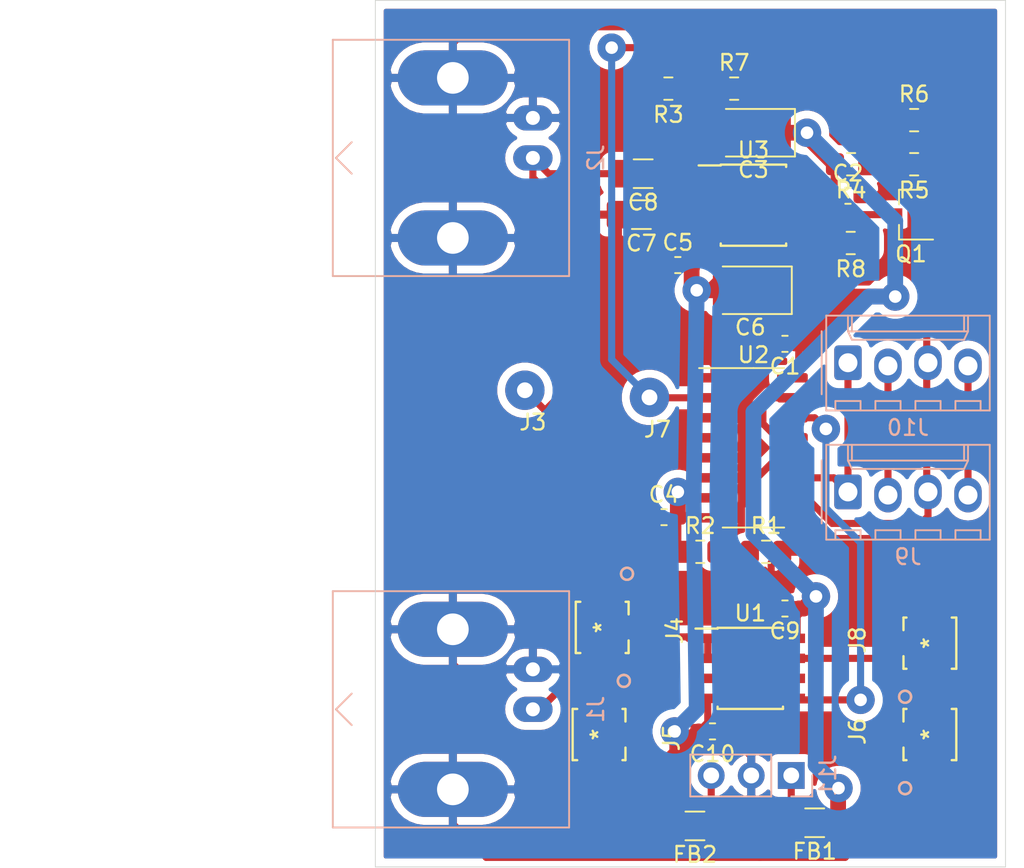
<source format=kicad_pcb>
(kicad_pcb (version 20171130) (host pcbnew "(5.1.5-0-10_14)")
  (layers (0 F.Cu signal) (31 B.Cu signal) (34 B.Paste user) (35 F.Paste user) (36 B.SilkS user) (37 F.SilkS user) (38 B.Mask user) (39 F.Mask user) (44 Edge.Cuts user))
  (net 0 "")
  (net 1 GND)
  (net 2 +5V)
  (net 3 -5V)
  (net 4 "Net-(C7-Pad1)")
  (net 5 /genlock-input)
  (net 6 "Net-(C8-Pad1)")
  (net 7 "Net-(J4-Pad1)")
  (net 8 "Net-(J6-Pad1)")
  (net 9 /clamped)
  (net 10 /hsync)
  (net 11 /vsync)
  (net 12 /porch)
  (net 13 /oe)
  (net 14 /synctip)
  (net 15 "Net-(Q1-PadE)")
  (net 16 "Net-(R6-Pad1)")
  (net 17 "Net-(Q1-PadC)")
  (net 18 "Net-(U1-Pad3)")
  (net 19 "Net-(U2-Pad13)")
  (net 20 "Net-(FB1-Pad2)")
  (net 21 "Net-(FB2-Pad1)")
  (module synkie_footprints:R_0805_2012Metric_Pad1.15x1.40mm_HandSolder (layer F.Cu) (at 168.6 40.6 180)
    (fp_text reference R3 (at 0 -1.65) (layer F.SilkS))
    (fp_text value 200)
    (pad 2 smd roundrect (at 1.025 0 180) (size 1.15 1.4) (layers F.Cu F.Paste F.Mask) (roundrect_rratio 0.217391) (net 4 "Net-(C7-Pad1)"))
    (pad 1 smd roundrect (at -1.025 0 180) (size 1.15 1.4) (layers F.Cu F.Paste F.Mask) (roundrect_rratio 0.217391) (net 9 /clamped))
  )
  (module synkie_footprints:PinHeader_1x03_P2.54mm_Vertical (layer B.Cu) (at 176.4 84.2 90)
    (fp_text reference J11 (at 0 2.33 90) (layer B.SilkS) (effects (justify mirror)))
    (fp_text value Conn_01x03)
    (pad 3 thru_hole oval (at 0 -5.08 90) (size 1.7 1.7) (drill 1) (layers *.Cu *.Mask) (net 21 "Net-(FB2-Pad1)"))
    (pad 2 thru_hole oval (at 0 -2.54 90) (size 1.7 1.7) (drill 1) (layers *.Cu *.Mask) (net 1 GND))
    (pad 1 thru_hole rect (at 0 0 90) (size 1.7 1.7) (drill 1) (layers *.Cu *.Mask) (net 20 "Net-(FB1-Pad2)"))
  )
  (module synkie_footprints:L_1206_3216Metric_Pad1.42x1.75mm_HandSolder (layer F.Cu) (at 170.2875 87.4 180)
    (fp_text reference FB2 (at 0 -1.82) (layer F.SilkS))
    (fp_text value Ferrite_Bead)
    (pad 2 smd roundrect (at 1.4875 0 180) (size 1.425 1.75) (layers F.Cu F.Paste F.Mask) (roundrect_rratio 0.175439) (net 3 -5V))
    (pad 1 smd roundrect (at -1.4875 0 180) (size 1.425 1.75) (layers F.Cu F.Paste F.Mask) (roundrect_rratio 0.175439) (net 21 "Net-(FB2-Pad1)"))
  )
  (module synkie_footprints:L_1206_3216Metric_Pad1.42x1.75mm_HandSolder (layer F.Cu) (at 177.8875 87.2 180)
    (fp_text reference FB1 (at 0 -1.82) (layer F.SilkS))
    (fp_text value Ferrite_Bead)
    (pad 2 smd roundrect (at 1.4875 0 180) (size 1.425 1.75) (layers F.Cu F.Paste F.Mask) (roundrect_rratio 0.175439) (net 20 "Net-(FB1-Pad2)"))
    (pad 1 smd roundrect (at -1.4875 0 180) (size 1.425 1.75) (layers F.Cu F.Paste F.Mask) (roundrect_rratio 0.175439) (net 2 +5V))
  )
  (module synkie_footprints:SOT-23_BEC (layer F.Cu) (at 184 48.6 180)
    (fp_text reference Q1 (at 0 -2.5) (layer F.SilkS))
    (fp_text value Trans_PNP_Generic)
    (pad B smd rect (at -1 -0.95 180) (size 0.9 0.8) (layers F.Cu F.Paste F.Mask) (net 12 /porch))
    (pad E smd rect (at -1 0.95 180) (size 0.9 0.8) (layers F.Cu F.Paste F.Mask) (net 15 "Net-(Q1-PadE)"))
    (pad C smd rect (at 1 0 180) (size 0.9 0.8) (layers F.Cu F.Paste F.Mask) (net 17 "Net-(Q1-PadC)"))
  )
  (module synkie_footprints:SOIC-8_3.9x4.9mm_P1.27mm (layer F.Cu) (at 174 48)
    (fp_text reference U3 (at 0 -3.5) (layer F.SilkS))
    (fp_text value LT1228)
    (pad 8 smd rect (at 2.7 -1.905) (size 1.55 0.6) (layers F.Cu F.Paste F.Mask) (net 16 "Net-(R6-Pad1)"))
    (pad 7 smd rect (at 2.7 -0.635) (size 1.55 0.6) (layers F.Cu F.Paste F.Mask) (net 2 +5V))
    (pad 6 smd rect (at 2.7 0.635) (size 1.55 0.6) (layers F.Cu F.Paste F.Mask) (net 9 /clamped))
    (pad 5 smd rect (at 2.7 1.905) (size 1.55 0.6) (layers F.Cu F.Paste F.Mask) (net 17 "Net-(Q1-PadC)"))
    (pad 4 smd rect (at -2.7 1.905) (size 1.55 0.6) (layers F.Cu F.Paste F.Mask) (net 3 -5V))
    (pad 3 smd rect (at -2.7 0.635) (size 1.55 0.6) (layers F.Cu F.Paste F.Mask) (net 1 GND))
    (pad 2 smd rect (at -2.7 -0.635) (size 1.55 0.6) (layers F.Cu F.Paste F.Mask) (net 4 "Net-(C7-Pad1)"))
    (pad 1 smd rect (at -2.7 -1.905) (size 1.55 0.6) (layers F.Cu F.Paste F.Mask) (net 6 "Net-(C8-Pad1)"))
  )
  (module synkie_footprints:SOIC-16_3.9x9.9mm_P1.27mm (layer F.Cu) (at 174 63.4)
    (fp_text reference U2 (at 0 -5.9) (layer F.SilkS))
    (fp_text value 4053)
    (pad 1 smd roundrect (at -2.475 -4.445) (size 1.95 0.6) (layers F.Cu F.Paste F.Mask) (net 1 GND))
    (pad 2 smd roundrect (at -2.475 -3.175) (size 1.95 0.6) (layers F.Cu F.Paste F.Mask) (net 9 /clamped))
    (pad 3 smd roundrect (at -2.475 -1.905) (size 1.95 0.6) (layers F.Cu F.Paste F.Mask) (net 1 GND))
    (pad 4 smd roundrect (at -2.475 -0.635) (size 1.95 0.6) (layers F.Cu F.Paste F.Mask))
    (pad 5 smd roundrect (at -2.475 0.635) (size 1.95 0.6) (layers F.Cu F.Paste F.Mask) (net 1 GND))
    (pad 6 smd roundrect (at -2.475 1.905) (size 1.95 0.6) (layers F.Cu F.Paste F.Mask) (net 1 GND))
    (pad 7 smd roundrect (at -2.475 3.175) (size 1.95 0.6) (layers F.Cu F.Paste F.Mask) (net 3 -5V))
    (pad 8 smd roundrect (at -2.475 4.445) (size 1.95 0.6) (layers F.Cu F.Paste F.Mask) (net 1 GND))
    (pad 9 smd roundrect (at 2.475 4.445) (size 1.95 0.6) (layers F.Cu F.Paste F.Mask) (net 1 GND))
    (pad 10 smd roundrect (at 2.475 3.175) (size 1.95 0.6) (layers F.Cu F.Paste F.Mask) (net 12 /porch))
    (pad 11 smd roundrect (at 2.475 1.905) (size 1.95 0.6) (layers F.Cu F.Paste F.Mask) (net 10 /hsync))
    (pad 12 smd roundrect (at 2.475 0.635) (size 1.95 0.6) (layers F.Cu F.Paste F.Mask) (net 14 /synctip))
    (pad 13 smd roundrect (at 2.475 -0.635) (size 1.95 0.6) (layers F.Cu F.Paste F.Mask) (net 19 "Net-(U2-Pad13)"))
    (pad 14 smd roundrect (at 2.475 -1.905) (size 1.95 0.6) (layers F.Cu F.Paste F.Mask) (net 18 "Net-(U1-Pad3)"))
    (pad 15 smd roundrect (at 2.475 -3.175) (size 1.95 0.6) (layers F.Cu F.Paste F.Mask) (net 19 "Net-(U2-Pad13)"))
    (pad 16 smd roundrect (at 2.475 -4.445) (size 1.95 0.6) (layers F.Cu F.Paste F.Mask) (net 2 +5V))
  )
  (module synkie_footprints:SOIC-8_3.9x4.9mm_P1.27mm (layer F.Cu) (at 173.8 77.4)
    (fp_text reference U1 (at 0 -3.5) (layer F.SilkS))
    (fp_text value MAX4392)
    (pad 8 smd rect (at 2.7 -1.905) (size 1.55 0.6) (layers F.Cu F.Paste F.Mask) (net 2 +5V))
    (pad 7 smd rect (at 2.7 -0.635) (size 1.55 0.6) (layers F.Cu F.Paste F.Mask) (net 8 "Net-(J6-Pad1)"))
    (pad 6 smd rect (at 2.7 0.635) (size 1.55 0.6) (layers F.Cu F.Paste F.Mask) (net 8 "Net-(J6-Pad1)"))
    (pad 5 smd rect (at 2.7 1.905) (size 1.55 0.6) (layers F.Cu F.Paste F.Mask) (net 18 "Net-(U1-Pad3)"))
    (pad 4 smd rect (at -2.7 1.905) (size 1.55 0.6) (layers F.Cu F.Paste F.Mask) (net 3 -5V))
    (pad 3 smd rect (at -2.7 0.635) (size 1.55 0.6) (layers F.Cu F.Paste F.Mask) (net 18 "Net-(U1-Pad3)"))
    (pad 2 smd rect (at -2.7 -0.635) (size 1.55 0.6) (layers F.Cu F.Paste F.Mask) (net 7 "Net-(J4-Pad1)"))
    (pad 1 smd rect (at -2.7 -1.905) (size 1.55 0.6) (layers F.Cu F.Paste F.Mask) (net 7 "Net-(J4-Pad1)"))
  )
  (module synkie_footprints:R_0805_2012Metric_Pad1.15x1.40mm_HandSolder (layer F.Cu) (at 180.175 50.4 180)
    (fp_text reference R8 (at 0 -1.65) (layer F.SilkS))
    (fp_text value 10k)
    (pad 2 smd roundrect (at 1.025 0 180) (size 1.15 1.4) (layers F.Cu F.Paste F.Mask) (roundrect_rratio 0.217391) (net 17 "Net-(Q1-PadC)"))
    (pad 1 smd roundrect (at -1.025 0 180) (size 1.15 1.4) (layers F.Cu F.Paste F.Mask) (roundrect_rratio 0.217391) (net 3 -5V))
  )
  (module synkie_footprints:R_0805_2012Metric_Pad1.15x1.40mm_HandSolder (layer F.Cu) (at 172.775 40.6)
    (fp_text reference R7 (at 0 -1.65) (layer F.SilkS))
    (fp_text value 200)
    (pad 2 smd roundrect (at 1.025 0) (size 1.15 1.4) (layers F.Cu F.Paste F.Mask) (roundrect_rratio 0.217391) (net 16 "Net-(R6-Pad1)"))
    (pad 1 smd roundrect (at -1.025 0) (size 1.15 1.4) (layers F.Cu F.Paste F.Mask) (roundrect_rratio 0.217391) (net 9 /clamped))
  )
  (module synkie_footprints:R_0805_2012Metric_Pad1.15x1.40mm_HandSolder (layer F.Cu) (at 184.2 42.6)
    (fp_text reference R6 (at 0 -1.65) (layer F.SilkS))
    (fp_text value 200)
    (pad 2 smd roundrect (at 1.025 0) (size 1.15 1.4) (layers F.Cu F.Paste F.Mask) (roundrect_rratio 0.217391) (net 1 GND))
    (pad 1 smd roundrect (at -1.025 0) (size 1.15 1.4) (layers F.Cu F.Paste F.Mask) (roundrect_rratio 0.217391) (net 16 "Net-(R6-Pad1)"))
  )
  (module synkie_footprints:R_0805_2012Metric_Pad1.15x1.40mm_HandSolder (layer F.Cu) (at 184.2 45.4 180)
    (fp_text reference R5 (at 0 -1.65) (layer F.SilkS))
    (fp_text value 3k)
    (pad 2 smd roundrect (at 1.025 0 180) (size 1.15 1.4) (layers F.Cu F.Paste F.Mask) (roundrect_rratio 0.217391) (net 15 "Net-(Q1-PadE)"))
    (pad 1 smd roundrect (at -1.025 0 180) (size 1.15 1.4) (layers F.Cu F.Paste F.Mask) (roundrect_rratio 0.217391) (net 1 GND))
  )
  (module synkie_footprints:R_0805_2012Metric_Pad1.15x1.40mm_HandSolder (layer F.Cu) (at 180.2 45.4 180)
    (fp_text reference R4 (at 0 -1.65) (layer F.SilkS))
    (fp_text value 3k)
    (pad 2 smd roundrect (at 1.025 0 180) (size 1.15 1.4) (layers F.Cu F.Paste F.Mask) (roundrect_rratio 0.217391) (net 2 +5V))
    (pad 1 smd roundrect (at -1.025 0 180) (size 1.15 1.4) (layers F.Cu F.Paste F.Mask) (roundrect_rratio 0.217391) (net 15 "Net-(Q1-PadE)"))
  )
  (module synkie_footprints:R_0805_2012Metric_Pad1.15x1.40mm_HandSolder (layer F.Cu) (at 170.625 70)
    (fp_text reference R2 (at 0 -1.65) (layer F.SilkS))
    (fp_text value 4k7)
    (pad 2 smd roundrect (at 1.025 0) (size 1.15 1.4) (layers F.Cu F.Paste F.Mask) (roundrect_rratio 0.217391) (net 14 /synctip))
    (pad 1 smd roundrect (at -1.025 0) (size 1.15 1.4) (layers F.Cu F.Paste F.Mask) (roundrect_rratio 0.217391) (net 3 -5V))
  )
  (module synkie_footprints:R_0805_2012Metric_Pad1.15x1.40mm_HandSolder (layer F.Cu) (at 174.8 70)
    (fp_text reference R1 (at 0 -1.65) (layer F.SilkS))
    (fp_text value 300)
    (pad 2 smd roundrect (at 1.025 0) (size 1.15 1.4) (layers F.Cu F.Paste F.Mask) (roundrect_rratio 0.217391) (net 1 GND))
    (pad 1 smd roundrect (at -1.025 0) (size 1.15 1.4) (layers F.Cu F.Paste F.Mask) (roundrect_rratio 0.217391) (net 14 /synctip))
  )
  (module synkie_footprints:Molex_KK-254_AE-6410-04A_1x04_P2.54mm_Vertical (layer B.Cu) (at 180 58)
    (fp_text reference J10 (at 3.81 4.12) (layer B.SilkS) (effects (justify mirror)))
    (fp_text value Conn_01x04)
    (pad 1 thru_hole roundrect (at 0 0) (size 1.74 2.2) (drill 1.2) (layers *.Cu *.Mask) (roundrect_rratio 0.143678) (net 10 /hsync))
    (pad 2 thru_hole oval (at 2.54 0.2) (size 1.74 2.2) (drill 1.2) (layers *.Cu *.Mask) (net 11 /vsync))
    (pad 3 thru_hole oval (at 5.08 0) (size 1.74 2.2) (drill 1.2) (layers *.Cu *.Mask) (net 12 /porch))
    (pad 4 thru_hole oval (at 7.62 0.2) (size 1.74 2.2) (drill 1.2) (layers *.Cu *.Mask) (net 13 /oe))
  )
  (module synkie_footprints:Molex_KK-254_AE-6410-04A_1x04_P2.54mm_Vertical (layer B.Cu) (at 180 66.2)
    (fp_text reference J9 (at 3.81 4.12) (layer B.SilkS) (effects (justify mirror)))
    (fp_text value Conn_01x04)
    (pad 1 thru_hole roundrect (at 0 0) (size 1.74 2.2) (drill 1.2) (layers *.Cu *.Mask) (roundrect_rratio 0.143678) (net 10 /hsync))
    (pad 2 thru_hole oval (at 2.54 0.2) (size 1.74 2.2) (drill 1.2) (layers *.Cu *.Mask) (net 11 /vsync))
    (pad 3 thru_hole oval (at 5.08 0) (size 1.74 2.2) (drill 1.2) (layers *.Cu *.Mask) (net 12 /porch))
    (pad 4 thru_hole oval (at 7.62 0.2) (size 1.74 2.2) (drill 1.2) (layers *.Cu *.Mask) (net 13 /oe))
  )
  (module synkie_footprints:TE_UMCC_2337019-1 (layer F.Cu) (at 185.2 75.8 90)
    (fp_text reference J8 (at 0.2 -4.6 90) (layer F.SilkS))
    (fp_text value UMCC hide)
    (fp_text user * (at 0 0 90) (layer F.SilkS))
    (pad 1 smd rect (at 0 -1.5744 90) (size 1 1.05) (layers F.Cu F.Paste F.Mask) (net 8 "Net-(J6-Pad1)"))
    (pad 2 smd rect (at -1.497501 -0.049399 90) (size 1.0414 2.2098) (layers F.Cu F.Paste F.Mask) (net 1 GND))
    (pad 3 smd rect (at 1.497501 -0.049399 90) (size 1.0414 2.2098) (layers F.Cu F.Paste F.Mask) (net 1 GND))
  )
  (module synkie_footprints:Solderpad_1mm (layer F.Cu) (at 167.908 60.454)
    (fp_text reference J7 (at 0 1.778) (layer F.SilkS))
    (fp_text value CLAMPED)
    (pad 1 thru_hole circle (at -0.508 -0.254) (size 2.5 2.5) (drill 1) (layers *.Cu *.Mask) (net 9 /clamped))
  )
  (module synkie_footprints:TE_UMCC_2337019-1 (layer F.Cu) (at 185.2 81.6 90)
    (fp_text reference J6 (at 0.2 -4.6 90) (layer F.SilkS))
    (fp_text value UMCC hide)
    (fp_text user * (at 0 0 90) (layer F.SilkS))
    (pad 1 smd rect (at 0 -1.5744 90) (size 1 1.05) (layers F.Cu F.Paste F.Mask) (net 8 "Net-(J6-Pad1)"))
    (pad 2 smd rect (at -1.497501 -0.049399 90) (size 1.0414 2.2098) (layers F.Cu F.Paste F.Mask) (net 1 GND))
    (pad 3 smd rect (at 1.497501 -0.049399 90) (size 1.0414 2.2098) (layers F.Cu F.Paste F.Mask) (net 1 GND))
  )
  (module synkie_footprints:TE_UMCC_2337019-1 (layer F.Cu) (at 164.2 81.6 270)
    (fp_text reference J5 (at 0.2 -4.6 90) (layer F.SilkS))
    (fp_text value UMCC hide)
    (fp_text user * (at 0 0 90) (layer F.SilkS))
    (pad 1 smd rect (at 0 -1.5744 270) (size 1 1.05) (layers F.Cu F.Paste F.Mask) (net 7 "Net-(J4-Pad1)"))
    (pad 2 smd rect (at -1.497501 -0.049399 270) (size 1.0414 2.2098) (layers F.Cu F.Paste F.Mask) (net 1 GND))
    (pad 3 smd rect (at 1.497501 -0.049399 270) (size 1.0414 2.2098) (layers F.Cu F.Paste F.Mask) (net 1 GND))
  )
  (module synkie_footprints:TE_UMCC_2337019-1 (layer F.Cu) (at 164.4 74.8 270)
    (fp_text reference J4 (at 0.2 -4.6 90) (layer F.SilkS))
    (fp_text value UMCC hide)
    (fp_text user * (at 0 0 90) (layer F.SilkS))
    (pad 1 smd rect (at 0 -1.5744 270) (size 1 1.05) (layers F.Cu F.Paste F.Mask) (net 7 "Net-(J4-Pad1)"))
    (pad 2 smd rect (at -1.497501 -0.049399 270) (size 1.0414 2.2098) (layers F.Cu F.Paste F.Mask) (net 1 GND))
    (pad 3 smd rect (at 1.497501 -0.049399 270) (size 1.0414 2.2098) (layers F.Cu F.Paste F.Mask) (net 1 GND))
  )
  (module synkie_footprints:Solderpad_1mm (layer F.Cu) (at 160 60)
    (fp_text reference J3 (at 0 1.778) (layer F.SilkS))
    (fp_text value "GENLOCK IN")
    (pad 1 thru_hole circle (at -0.508 -0.254) (size 2.5 2.5) (drill 1) (layers *.Cu *.Mask) (net 5 /genlock-input))
  )
  (module synkie_footprints:BNC_MOLEX_0731000080_Horizontal (layer B.Cu) (at 160 45 270)
    (fp_text reference J2 (at 0 -4 90) (layer B.SilkS) (effects (justify mirror)))
    (fp_text value Conn_Coaxial)
    (pad 2 thru_hole oval (at -5.08 5.08 270) (size 3.5 7) (drill 2.01) (layers *.Cu *.Mask) (net 1 GND))
    (pad 2 thru_hole oval (at 5.08 5.08 270) (size 3.5 7) (drill 2.01) (layers *.Cu *.Mask) (net 1 GND))
    (pad 1 thru_hole oval (at 0 0 270) (size 1.6 2.5) (drill 0.89) (layers *.Cu *.Mask) (net 5 /genlock-input))
    (pad 2 thru_hole oval (at -2.54 0 270) (size 1.6 2.5) (drill 0.89) (layers *.Cu *.Mask) (net 1 GND))
  )
  (module synkie_footprints:BNC_MOLEX_0731000080_Horizontal (layer B.Cu) (at 160 80 270)
    (fp_text reference J1 (at 0 -4 90) (layer B.SilkS) (effects (justify mirror)))
    (fp_text value Conn_Coaxial)
    (pad 2 thru_hole oval (at -5.08 5.08 270) (size 3.5 7) (drill 2.01) (layers *.Cu *.Mask) (net 1 GND))
    (pad 2 thru_hole oval (at 5.08 5.08 270) (size 3.5 7) (drill 2.01) (layers *.Cu *.Mask) (net 1 GND))
    (pad 1 thru_hole oval (at 0 0 270) (size 1.6 2.5) (drill 0.89) (layers *.Cu *.Mask) (net 5 /genlock-input))
    (pad 2 thru_hole oval (at -2.54 0 270) (size 1.6 2.5) (drill 0.89) (layers *.Cu *.Mask) (net 1 GND))
  )
  (module synkie_footprints:C_0603_1608Metric_Pad1.05x0.95mm_HandSolder (layer F.Cu) (at 171.4 81.4 180)
    (fp_text reference C10 (at 0 -1.43) (layer F.SilkS))
    (fp_text value C)
    (pad 2 smd roundrect (at 0.875 0 180) (size 1.05 0.95) (layers F.Cu F.Paste F.Mask) (net 3 -5V))
    (pad 1 smd roundrect (at -0.875 0 180) (size 1.05 0.95) (layers F.Cu F.Paste F.Mask) (net 1 GND))
  )
  (module synkie_footprints:C_0603_1608Metric_Pad1.05x0.95mm_HandSolder (layer F.Cu) (at 176 73.6 180)
    (fp_text reference C9 (at 0 -1.43) (layer F.SilkS))
    (fp_text value C)
    (pad 2 smd roundrect (at 0.875 0 180) (size 1.05 0.95) (layers F.Cu F.Paste F.Mask) (net 1 GND))
    (pad 1 smd roundrect (at -0.875 0 180) (size 1.05 0.95) (layers F.Cu F.Paste F.Mask) (net 2 +5V))
  )
  (module synkie_footprints:C_1206_3216Metric_Pad1.42x1.75mm_HandSolder (layer F.Cu) (at 167 46 180)
    (fp_text reference C8 (at 0 -1.82) (layer F.SilkS))
    (fp_text value 10n)
    (pad 2 smd roundrect (at 1.4875 0 180) (size 1.425 1.75) (layers F.Cu F.Paste F.Mask) (roundrect_rratio 0.175439) (net 5 /genlock-input))
    (pad 1 smd roundrect (at -1.4875 0 180) (size 1.425 1.75) (layers F.Cu F.Paste F.Mask) (roundrect_rratio 0.175439) (net 6 "Net-(C8-Pad1)"))
  )
  (module synkie_footprints:C_1206_3216Metric_Pad1.42x1.75mm_HandSolder (layer F.Cu) (at 166.8875 48.6 180)
    (fp_text reference C7 (at 0 -1.82) (layer F.SilkS))
    (fp_text value 1n)
    (pad 2 smd roundrect (at 1.4875 0 180) (size 1.425 1.75) (layers F.Cu F.Paste F.Mask) (roundrect_rratio 0.175439) (net 1 GND))
    (pad 1 smd roundrect (at -1.4875 0 180) (size 1.425 1.75) (layers F.Cu F.Paste F.Mask) (roundrect_rratio 0.175439) (net 4 "Net-(C7-Pad1)"))
  )
  (module synkie_footprints:CP_EIA-3528-21_Kemet-B_Pad1.50x2.35mm_HandSolder (layer F.Cu) (at 173.8 53.4 180)
    (fp_text reference C6 (at 0 -2.35) (layer F.SilkS))
    (fp_text value CP)
    (pad 2 smd roundrect (at 1.625 0 180) (size 1.5 2.35) (layers F.Cu F.Paste F.Mask) (roundrect_rratio 0.166667) (net 3 -5V))
    (pad 1 smd roundrect (at -1.625 0 180) (size 1.5 2.35) (layers F.Cu F.Paste F.Mask) (roundrect_rratio 0.166667) (net 1 GND))
  )
  (module synkie_footprints:C_0603_1608Metric_Pad1.05x0.95mm_HandSolder (layer F.Cu) (at 169.2 51.8)
    (fp_text reference C5 (at 0 -1.43) (layer F.SilkS))
    (fp_text value C)
    (pad 2 smd roundrect (at 0.875 0) (size 1.05 0.95) (layers F.Cu F.Paste F.Mask) (net 3 -5V))
    (pad 1 smd roundrect (at -0.875 0) (size 1.05 0.95) (layers F.Cu F.Paste F.Mask) (net 1 GND))
  )
  (module synkie_footprints:C_0603_1608Metric_Pad1.05x0.95mm_HandSolder (layer F.Cu) (at 168.325 67.8)
    (fp_text reference C4 (at 0 -1.43) (layer F.SilkS))
    (fp_text value C)
    (pad 2 smd roundrect (at 0.875 0) (size 1.05 0.95) (layers F.Cu F.Paste F.Mask) (net 3 -5V))
    (pad 1 smd roundrect (at -0.875 0) (size 1.05 0.95) (layers F.Cu F.Paste F.Mask) (net 1 GND))
  )
  (module synkie_footprints:CP_EIA-3528-21_Kemet-B_Pad1.50x2.35mm_HandSolder (layer F.Cu) (at 174 43.4 180)
    (fp_text reference C3 (at 0 -2.35) (layer F.SilkS))
    (fp_text value CP)
    (pad 2 smd roundrect (at 1.625 0 180) (size 1.5 2.35) (layers F.Cu F.Paste F.Mask) (roundrect_rratio 0.166667) (net 1 GND))
    (pad 1 smd roundrect (at -1.625 0 180) (size 1.5 2.35) (layers F.Cu F.Paste F.Mask) (roundrect_rratio 0.166667) (net 2 +5V))
  )
  (module synkie_footprints:C_0603_1608Metric_Pad1.05x0.95mm_HandSolder (layer F.Cu) (at 180 47.4)
    (fp_text reference C2 (at 0 -1.43) (layer F.SilkS))
    (fp_text value C)
    (pad 2 smd roundrect (at 0.875 0) (size 1.05 0.95) (layers F.Cu F.Paste F.Mask) (net 1 GND))
    (pad 1 smd roundrect (at -0.875 0) (size 1.05 0.95) (layers F.Cu F.Paste F.Mask) (net 2 +5V))
  )
  (module synkie_footprints:C_0603_1608Metric_Pad1.05x0.95mm_HandSolder (layer F.Cu) (at 176 56.8 180)
    (fp_text reference C1 (at 0 -1.43) (layer F.SilkS))
    (fp_text value C)
    (pad 2 smd roundrect (at 0.875 0 180) (size 1.05 0.95) (layers F.Cu F.Paste F.Mask) (net 1 GND))
    (pad 1 smd roundrect (at -0.875 0 180) (size 1.05 0.95) (layers F.Cu F.Paste F.Mask) (net 2 +5V))
  )
  (gr_line (start 150 90) (end 150 35) (layer Edge.Cuts) (width 0.05))
  (gr_line (start 190 90) (end 150 90) (layer Edge.Cuts) (width 0.05))
  (gr_line (start 190 35) (end 190 90) (layer Edge.Cuts) (width 0.05))
  (gr_line (start 150 35) (end 190 35) (layer Edge.Cuts) (width 0.05))
  (segment (start 170.825 48.635) (end 171.3 48.635) (width 0.45) (layer F.Cu) (net 1))
  (segment (start 168.325 51.135) (end 170.825 48.635) (width 0.45) (layer F.Cu) (net 1))
  (segment (start 168.325 51.8) (end 168.325 51.135) (width 0.45) (layer F.Cu) (net 1))
  (segment (start 172.500001 49.264999) (end 172.500001 49.835001) (width 0.45) (layer F.Cu) (net 1))
  (segment (start 171.3 48.635) (end 171.844999 49.179999) (width 0.45) (layer F.Cu) (net 1))
  (segment (start 172.415001 49.179999) (end 172.500001 49.264999) (width 0.45) (layer F.Cu) (net 1))
  (segment (start 171.844999 49.179999) (end 172.415001 49.179999) (width 0.45) (layer F.Cu) (net 1))
  (segment (start 172.500001 49.835001) (end 173.065 50.4) (width 0.45) (layer F.Cu) (net 1))
  (segment (start 172.765 46.105) (end 172.765 49.965) (width 0.45) (layer F.Cu) (net 1))
  (segment (start 172.835 46.035) (end 172.765 46.105) (width 0.45) (layer F.Cu) (net 1))
  (segment (start 172.375 43.4) (end 172.835 43.86) (width 0.45) (layer F.Cu) (net 1))
  (segment (start 172.835 43.86) (end 172.835 46.035) (width 0.45) (layer F.Cu) (net 1))
  (segment (start 172.765 49.965) (end 173.2 50.4) (width 0.45) (layer F.Cu) (net 1))
  (segment (start 173.065 50.4) (end 173.2 50.4) (width 0.45) (layer F.Cu) (net 1))
  (segment (start 175.425 52.425) (end 175.425 53.4) (width 0.45) (layer F.Cu) (net 1))
  (segment (start 173.4 50.4) (end 175.425 52.425) (width 0.45) (layer F.Cu) (net 1))
  (segment (start 173.2 50.4) (end 173.4 50.4) (width 0.45) (layer F.Cu) (net 1))
  (segment (start 165.525 51.325) (end 168.325 51.325) (width 0.45) (layer F.Cu) (net 1))
  (segment (start 165.4 51.2) (end 165.525 51.325) (width 0.45) (layer F.Cu) (net 1))
  (segment (start 168.325 51.325) (end 168.325 51.8) (width 0.45) (layer F.Cu) (net 1))
  (segment (start 165.4 48.6) (end 165.4 51.2) (width 0.45) (layer F.Cu) (net 1))
  (segment (start 183.6 47.4) (end 184 47.8) (width 0.45) (layer F.Cu) (net 1))
  (segment (start 180.875 47.4) (end 183.6 47.4) (width 0.45) (layer F.Cu) (net 1))
  (segment (start 184 47.8) (end 184 50.165002) (width 0.45) (layer F.Cu) (net 1))
  (segment (start 171.525 64.035) (end 171.525 65.305) (width 0.45) (layer F.Cu) (net 1))
  (segment (start 172.60498 58.955) (end 171.525 58.955) (width 0.45) (layer F.Cu) (net 1))
  (segment (start 173.12499 59.47501) (end 172.60498 58.955) (width 0.45) (layer F.Cu) (net 1))
  (segment (start 173.68 56.8) (end 171.525 58.955) (width 0.45) (layer F.Cu) (net 1))
  (segment (start 175.125 56.8) (end 173.68 56.8) (width 0.45) (layer F.Cu) (net 1))
  (segment (start 173.2 61.4) (end 173.12499 59.47501) (width 0.45) (layer F.Cu) (net 1))
  (segment (start 175.125 70.7) (end 175.825 70) (width 0.45) (layer F.Cu) (net 1))
  (segment (start 175.125 73.6) (end 175.125 70.7) (width 0.45) (layer F.Cu) (net 1))
  (segment (start 176.475 69.35) (end 175.825 70) (width 0.45) (layer F.Cu) (net 1))
  (segment (start 176.475 67.845) (end 176.475 69.35) (width 0.45) (layer F.Cu) (net 1))
  (segment (start 173.86 82.985) (end 172.275 81.4) (width 0.45) (layer F.Cu) (net 1))
  (segment (start 173.86 84.2) (end 173.86 82.985) (width 0.45) (layer F.Cu) (net 1))
  (segment (start 185.150601 83.097501) (end 185.150601 74.302499) (width 0.45) (layer F.Cu) (net 1))
  (segment (start 175.825 70) (end 181.8 70) (width 0.45) (layer F.Cu) (net 1))
  (segment (start 181.8 70) (end 182.6 70.8) (width 0.45) (layer F.Cu) (net 1))
  (segment (start 183.595701 74.302499) (end 185.150601 74.302499) (width 0.45) (layer F.Cu) (net 1))
  (segment (start 182.6 73.306798) (end 183.595701 74.302499) (width 0.45) (layer F.Cu) (net 1))
  (segment (start 182.6 70.8) (end 182.6 73.306798) (width 0.45) (layer F.Cu) (net 1))
  (segment (start 164.249399 73.502499) (end 164.449399 73.302499) (width 0.45) (layer F.Cu) (net 1))
  (segment (start 164.249399 80.102499) (end 164.249399 73.502499) (width 0.45) (layer F.Cu) (net 1))
  (segment (start 166.004299 73.302499) (end 164.449399 73.302499) (width 0.45) (layer F.Cu) (net 1))
  (segment (start 167.45 71.856798) (end 166.004299 73.302499) (width 0.45) (layer F.Cu) (net 1))
  (segment (start 167.45 67.8) (end 167.45 71.856798) (width 0.45) (layer F.Cu) (net 1))
  (segment (start 164.249399 83.097501) (end 164.249399 80.102499) (width 0.45) (layer F.Cu) (net 1))
  (segment (start 154.92 85.08) (end 154.92 74.92) (width 0.45) (layer F.Cu) (net 1))
  (segment (start 154.92 77.12) (end 154.92 74.92) (width 0.45) (layer F.Cu) (net 1))
  (segment (start 155.26 77.46) (end 154.92 77.12) (width 0.45) (layer F.Cu) (net 1))
  (segment (start 160 77.46) (end 155.26 77.46) (width 0.45) (layer F.Cu) (net 1))
  (segment (start 164.249399 84.068201) (end 164.249399 83.097501) (width 0.45) (layer F.Cu) (net 1))
  (segment (start 163.2376 85.08) (end 164.249399 84.068201) (width 0.45) (layer F.Cu) (net 1))
  (segment (start 154.92 85.08) (end 163.2376 85.08) (width 0.45) (layer F.Cu) (net 1))
  (segment (start 173.86 84.2) (end 173.86 88.86) (width 0.45) (layer F.Cu) (net 1))
  (segment (start 173.86 88.86) (end 174.4 89.4) (width 0.45) (layer F.Cu) (net 1))
  (segment (start 185.150601 84.068201) (end 185.150601 83.097501) (width 0.45) (layer F.Cu) (net 1))
  (segment (start 179.818802 89.4) (end 185.150601 84.068201) (width 0.45) (layer F.Cu) (net 1))
  (segment (start 174.4 89.4) (end 179.818802 89.4) (width 0.45) (layer F.Cu) (net 1))
  (segment (start 154.92 87.28) (end 154.92 85.08) (width 0.45) (layer F.Cu) (net 1))
  (segment (start 157.04 89.4) (end 154.92 87.28) (width 0.45) (layer F.Cu) (net 1))
  (segment (start 174.4 89.4) (end 157.04 89.4) (width 0.45) (layer F.Cu) (net 1))
  (segment (start 173.4 61.6) (end 173.2 61.4) (width 0.45) (layer F.Cu) (net 1))
  (segment (start 172.5 67.845) (end 173.4 66.945) (width 0.45) (layer F.Cu) (net 1))
  (segment (start 171.525 67.845) (end 172.5 67.845) (width 0.45) (layer F.Cu) (net 1))
  (segment (start 173.295 65.305) (end 171.525 65.305) (width 0.45) (layer F.Cu) (net 1))
  (segment (start 173.4 65.2) (end 173.295 65.305) (width 0.45) (layer F.Cu) (net 1))
  (segment (start 173.4 66.945) (end 173.4 65.2) (width 0.45) (layer F.Cu) (net 1))
  (segment (start 173.4 65.2) (end 173.4 61.6) (width 0.45) (layer F.Cu) (net 1))
  (segment (start 173 61.6) (end 173.2 61.4) (width 0.45) (layer F.Cu) (net 1))
  (segment (start 171.63 61.6) (end 173 61.6) (width 0.45) (layer F.Cu) (net 1))
  (segment (start 171.525 61.495) (end 171.63 61.6) (width 0.45) (layer F.Cu) (net 1))
  (segment (start 164.449399 56.950601) (end 164.449399 73.302499) (width 0.45) (layer F.Cu) (net 1))
  (segment (start 164.6 56.8) (end 164.449399 56.950601) (width 0.45) (layer F.Cu) (net 1))
  (segment (start 168.2 56.8) (end 164.6 56.8) (width 0.45) (layer F.Cu) (net 1))
  (segment (start 168.325 56.675) (end 168.2 56.8) (width 0.45) (layer F.Cu) (net 1))
  (segment (start 168.325 51.8) (end 168.325 56.675) (width 0.45) (layer F.Cu) (net 1))
  (segment (start 173.68 56.8) (end 168.2 56.8) (width 0.45) (layer F.Cu) (net 1))
  (segment (start 185.225 42.6) (end 185.225 45.4) (width 0.45) (layer F.Cu) (net 1))
  (segment (start 154.92 37.72) (end 154.92 39.92) (width 0.45) (layer F.Cu) (net 1))
  (segment (start 155.965001 36.674999) (end 154.92 37.72) (width 0.45) (layer F.Cu) (net 1))
  (segment (start 182.074999 36.674999) (end 155.965001 36.674999) (width 0.45) (layer F.Cu) (net 1))
  (segment (start 185.225 39.825) (end 182.074999 36.674999) (width 0.45) (layer F.Cu) (net 1))
  (segment (start 185.225 42.6) (end 185.225 39.825) (width 0.45) (layer F.Cu) (net 1))
  (segment (start 154.92 47.88) (end 154.92 50.08) (width 0.45) (layer F.Cu) (net 1))
  (segment (start 154.92 45.84) (end 154.92 47.88) (width 0.45) (layer F.Cu) (net 1))
  (segment (start 158.3 42.46) (end 154.92 45.84) (width 0.45) (layer F.Cu) (net 1))
  (segment (start 160 42.46) (end 158.3 42.46) (width 0.45) (layer F.Cu) (net 1))
  (segment (start 154.92 39.92) (end 154.92 50.08) (width 0.45) (layer F.Cu) (net 1))
  (segment (start 175.358248 56.8) (end 175.125 56.8) (width 0.45) (layer F.Cu) (net 1))
  (segment (start 179.283258 52.87499) (end 175.358248 56.8) (width 0.45) (layer F.Cu) (net 1))
  (segment (start 181.290012 52.87499) (end 179.283258 52.87499) (width 0.45) (layer F.Cu) (net 1))
  (segment (start 183.282501 50.882501) (end 181.290012 52.87499) (width 0.45) (layer F.Cu) (net 1))
  (segment (start 184 50.165002) (end 183.282501 50.882501) (width 0.45) (layer F.Cu) (net 1))
  (segment (start 183.282501 50.882501) (end 183 51.165002) (width 0.45) (layer F.Cu) (net 1))
  (segment (start 154.92 50.08) (end 154.92 74.92) (width 0.45) (layer F.Cu) (net 1))
  (via (at 179.4 85) (size 1.8) (drill 0.8) (layers F.Cu B.Cu) (net 2))
  (segment (start 179.375 85.025) (end 179.4 85) (width 1) (layer F.Cu) (net 2))
  (segment (start 179.375 87.2) (end 179.375 85.025) (width 1) (layer F.Cu) (net 2))
  (via (at 177.4 43.4) (size 1.8) (drill 0.8) (layers F.Cu B.Cu) (net 2))
  (segment (start 179.4 85) (end 177.950001 83.550001) (width 1) (layer B.Cu) (net 2))
  (segment (start 177.4 43.4) (end 175.625 43.4) (width 1) (layer F.Cu) (net 2))
  (segment (start 177.4 43.625) (end 179.175 45.4) (width 1) (layer F.Cu) (net 2))
  (segment (start 177.4 43.4) (end 177.4 43.625) (width 1) (layer F.Cu) (net 2))
  (segment (start 177.2 73.6) (end 177.969315 72.830685) (width 1) (layer F.Cu) (net 2))
  (segment (start 176.875 73.6) (end 177.2 73.6) (width 1) (layer F.Cu) (net 2))
  (via (at 177.969315 72.830685) (size 1.8) (drill 0.8) (layers F.Cu B.Cu) (net 2))
  (segment (start 177.950001 83.550001) (end 177.969315 72.830685) (width 1) (layer B.Cu) (net 2))
  (segment (start 176.875 58.555) (end 176.475 58.955) (width 0.45) (layer F.Cu) (net 2))
  (segment (start 176.875 56.8) (end 176.875 58.555) (width 0.45) (layer F.Cu) (net 2))
  (segment (start 179.09 47.365) (end 179.125 47.4) (width 0.45) (layer F.Cu) (net 2))
  (segment (start 176.7 47.365) (end 179.09 47.365) (width 0.45) (layer F.Cu) (net 2))
  (segment (start 179.125 45.45) (end 179.175 45.4) (width 0.45) (layer F.Cu) (net 2))
  (segment (start 179.125 47.4) (end 179.125 45.45) (width 0.45) (layer F.Cu) (net 2))
  (segment (start 176.5 73.975) (end 176.875 73.6) (width 1) (layer F.Cu) (net 2))
  (segment (start 176.5 75.495) (end 176.5 73.975) (width 1) (layer F.Cu) (net 2))
  (segment (start 181.727208 53.8) (end 183 53.8) (width 1) (layer F.Cu) (net 2))
  (segment (start 180.4 53.8) (end 181.727208 53.8) (width 1) (layer F.Cu) (net 2))
  (segment (start 181.727208 53.8) (end 183 53.8) (width 1) (layer B.Cu) (net 2))
  (segment (start 181.327208 53.8) (end 181.727208 53.8) (width 1) (layer B.Cu) (net 2))
  (segment (start 174 61.127208) (end 181.327208 53.8) (width 1) (layer B.Cu) (net 2))
  (segment (start 177.969315 72.830685) (end 174 68.86137) (width 1) (layer B.Cu) (net 2))
  (segment (start 174 68.86137) (end 174 61.127208) (width 1) (layer B.Cu) (net 2))
  (segment (start 176.875 56.8) (end 177.4 56.8) (width 1) (layer F.Cu) (net 2))
  (via (at 183 53.8) (size 1.8) (drill 0.8) (layers F.Cu B.Cu) (net 2))
  (segment (start 177.4 56.8) (end 180.4 53.8) (width 1) (layer F.Cu) (net 2))
  (segment (start 183 49) (end 183 52.527208) (width 1) (layer B.Cu) (net 2))
  (segment (start 183 52.527208) (end 183 53.8) (width 1) (layer B.Cu) (net 2))
  (segment (start 177.4 43.4) (end 183 49) (width 1) (layer B.Cu) (net 2))
  (segment (start 168.8 87.4) (end 168.8 83.125) (width 1) (layer F.Cu) (net 3))
  (via (at 169 81.4) (size 1.8) (drill 0.8) (layers F.Cu B.Cu) (net 3))
  (segment (start 168.8 83.125) (end 169.1625 82.7625) (width 1) (layer F.Cu) (net 3))
  (segment (start 169.1625 81.5625) (end 169 81.4) (width 1) (layer F.Cu) (net 3))
  (segment (start 169.1625 82.7625) (end 169.1625 81.5625) (width 1) (layer F.Cu) (net 3))
  (segment (start 169.1625 82.7625) (end 170.525 81.4) (width 1) (layer F.Cu) (net 3))
  (via (at 170.4 53.4) (size 1.8) (drill 0.8) (layers F.Cu B.Cu) (net 3))
  (segment (start 169 81.4) (end 170.4 80) (width 1) (layer B.Cu) (net 3))
  (segment (start 171.375 53.4) (end 172.175 52.6) (width 1) (layer F.Cu) (net 3))
  (segment (start 170.4 53.4) (end 171.375 53.4) (width 1) (layer F.Cu) (net 3))
  (segment (start 170.075 53.075) (end 170.4 53.4) (width 1) (layer F.Cu) (net 3))
  (segment (start 170.075 51.8) (end 170.075 53.075) (width 1) (layer F.Cu) (net 3))
  (via (at 169.2 66.2) (size 1.8) (drill 0.8) (layers F.Cu B.Cu) (net 3))
  (segment (start 169.2 67.8) (end 169.2 66.2) (width 1) (layer F.Cu) (net 3))
  (segment (start 169.2 66.2) (end 169.6 66.2) (width 1) (layer B.Cu) (net 3))
  (segment (start 170.2 66.8) (end 170.4 53.4) (width 1) (layer B.Cu) (net 3))
  (segment (start 169.6 66.2) (end 170.2 66.8) (width 1) (layer B.Cu) (net 3))
  (segment (start 170.4 80) (end 170.2 66.8) (width 1) (layer B.Cu) (net 3))
  (segment (start 169.575 66.575) (end 169.2 66.2) (width 0.45) (layer F.Cu) (net 3))
  (segment (start 171.525 66.575) (end 169.575 66.575) (width 0.45) (layer F.Cu) (net 3))
  (segment (start 169.2 69.6) (end 169.6 70) (width 0.45) (layer F.Cu) (net 3))
  (segment (start 169.2 67.8) (end 169.2 69.6) (width 0.45) (layer F.Cu) (net 3))
  (segment (start 171.3 50.575) (end 170.075 51.8) (width 0.45) (layer F.Cu) (net 3))
  (segment (start 171.3 49.905) (end 171.3 50.575) (width 0.45) (layer F.Cu) (net 3))
  (segment (start 171.1 80.825) (end 170.525 81.4) (width 0.45) (layer F.Cu) (net 3))
  (segment (start 171.1 79.305) (end 171.1 80.825) (width 0.45) (layer F.Cu) (net 3))
  (segment (start 172.175 53.4) (end 170.4 53.4) (width 0.45) (layer F.Cu) (net 3))
  (segment (start 180.7 51.6) (end 181.2 51.1) (width 0.45) (layer F.Cu) (net 3))
  (segment (start 179.438996 51.6) (end 180.7 51.6) (width 0.45) (layer F.Cu) (net 3))
  (segment (start 178.274998 52.963998) (end 178.274998 52.763998) (width 0.45) (layer F.Cu) (net 3))
  (segment (start 176.074997 55.163999) (end 178.274998 52.963998) (width 0.45) (layer F.Cu) (net 3))
  (segment (start 181.2 51.1) (end 181.2 50.4) (width 0.45) (layer F.Cu) (net 3))
  (segment (start 178.274998 52.763998) (end 179.438996 51.6) (width 0.45) (layer F.Cu) (net 3))
  (segment (start 173.938999 55.163999) (end 176.074997 55.163999) (width 0.45) (layer F.Cu) (net 3))
  (segment (start 172.175 53.4) (end 173.938999 55.163999) (width 0.45) (layer F.Cu) (net 3))
  (segment (start 169.61 47.365) (end 168.375 48.6) (width 0.45) (layer F.Cu) (net 4))
  (segment (start 171.3 47.365) (end 169.61 47.365) (width 0.45) (layer F.Cu) (net 4))
  (segment (start 167 47.9375) (end 167 41.875) (width 0.45) (layer F.Cu) (net 4))
  (segment (start 167.6625 48.6) (end 167 47.9375) (width 0.45) (layer F.Cu) (net 4))
  (segment (start 167.575 41.3) (end 167.575 40.6) (width 0.45) (layer F.Cu) (net 4))
  (segment (start 167 41.875) (end 167.575 41.3) (width 0.45) (layer F.Cu) (net 4))
  (segment (start 168.375 48.6) (end 167.6625 48.6) (width 0.45) (layer F.Cu) (net 4))
  (segment (start 160 46.25) (end 160 45) (width 0.45) (layer F.Cu) (net 5))
  (segment (start 161.67501 47.92501) (end 160 46.25) (width 0.45) (layer F.Cu) (net 5))
  (segment (start 161 46) (end 160 45) (width 0.45) (layer F.Cu) (net 5))
  (segment (start 165.5125 46) (end 161 46) (width 0.45) (layer F.Cu) (net 5))
  (segment (start 160.741999 60.995999) (end 160.804001 60.995999) (width 0.45) (layer F.Cu) (net 5))
  (segment (start 160.804001 60.995999) (end 161.6 60.2) (width 0.45) (layer F.Cu) (net 5))
  (segment (start 159.492 59.746) (end 160.741999 60.995999) (width 0.45) (layer F.Cu) (net 5))
  (segment (start 161.6 60.2) (end 161.67501 47.92501) (width 0.45) (layer F.Cu) (net 5))
  (segment (start 162.05 60.65) (end 161.6 60.2) (width 0.45) (layer F.Cu) (net 5))
  (segment (start 162.05 78.4) (end 162.05 60.65) (width 0.45) (layer F.Cu) (net 5))
  (segment (start 160.45 80) (end 162.05 78.4) (width 0.45) (layer F.Cu) (net 5))
  (segment (start 160 80) (end 160.45 80) (width 0.45) (layer F.Cu) (net 5))
  (segment (start 171.205 46) (end 171.3 46.095) (width 0.45) (layer F.Cu) (net 6))
  (segment (start 168.4875 46) (end 171.205 46) (width 0.45) (layer F.Cu) (net 6))
  (segment (start 166.7494 80.65) (end 165.7994 81.6) (width 0.45) (layer F.Cu) (net 7))
  (segment (start 165.7994 81.6) (end 165.7744 81.6) (width 0.45) (layer F.Cu) (net 7))
  (segment (start 166.7494 75.55) (end 166.7494 80.65) (width 0.45) (layer F.Cu) (net 7))
  (segment (start 165.9744 74.8) (end 165.9994 74.8) (width 0.45) (layer F.Cu) (net 7))
  (segment (start 171.1 76.765) (end 171.1 75.495) (width 0.45) (layer F.Cu) (net 7))
  (segment (start 169.7803 75.4003) (end 166.5997 75.4003) (width 0.45) (layer F.Cu) (net 7))
  (segment (start 171.1 75.495) (end 169.875 75.495) (width 0.45) (layer F.Cu) (net 7))
  (segment (start 166.5997 75.4003) (end 166.7494 75.55) (width 0.45) (layer F.Cu) (net 7))
  (segment (start 169.875 75.495) (end 169.7803 75.4003) (width 0.45) (layer F.Cu) (net 7))
  (segment (start 165.9994 74.8) (end 166.5997 75.4003) (width 0.45) (layer F.Cu) (net 7))
  (segment (start 176.5 78.035) (end 176.5 76.765) (width 0.45) (layer F.Cu) (net 8))
  (segment (start 182.6606 76.765) (end 183.6256 75.8) (width 0.45) (layer F.Cu) (net 8))
  (segment (start 176.5 76.765) (end 182.6606 76.765) (width 0.45) (layer F.Cu) (net 8))
  (segment (start 182.6506 80.65) (end 183.6006 81.6) (width 0.45) (layer F.Cu) (net 8))
  (segment (start 183.6006 81.6) (end 183.6256 81.6) (width 0.45) (layer F.Cu) (net 8))
  (segment (start 182.6506 76.75) (end 182.6506 80.65) (width 0.45) (layer F.Cu) (net 8))
  (segment (start 183.6006 75.8) (end 182.6506 76.75) (width 0.45) (layer F.Cu) (net 8))
  (segment (start 183.6256 75.8) (end 183.6006 75.8) (width 0.45) (layer F.Cu) (net 8))
  (segment (start 169.625 40.6) (end 171.75 40.6) (width 0.45) (layer F.Cu) (net 9))
  (segment (start 173.6 42.129612) (end 172.070388 40.6) (width 0.45) (layer F.Cu) (net 9))
  (segment (start 173.6 47) (end 173.6 42.129612) (width 0.45) (layer F.Cu) (net 9))
  (segment (start 172.070388 40.6) (end 171.75 40.6) (width 0.45) (layer F.Cu) (net 9))
  (segment (start 175.235 48.635) (end 173.6 47) (width 0.45) (layer F.Cu) (net 9))
  (segment (start 176.7 48.635) (end 175.235 48.635) (width 0.45) (layer F.Cu) (net 9))
  (segment (start 167.425 60.225) (end 167.4 60.2) (width 0.45) (layer F.Cu) (net 9))
  (segment (start 171.525 60.225) (end 167.425 60.225) (width 0.45) (layer F.Cu) (net 9))
  (via (at 165 38) (size 1.8) (drill 0.8) (layers F.Cu B.Cu) (net 9))
  (segment (start 168.575 38) (end 165 38) (width 0.45) (layer F.Cu) (net 9))
  (segment (start 171.175 40.6) (end 168.575 38) (width 0.45) (layer F.Cu) (net 9))
  (segment (start 171.75 40.6) (end 171.175 40.6) (width 0.45) (layer F.Cu) (net 9))
  (segment (start 165 57.8) (end 167.4 60.2) (width 0.45) (layer B.Cu) (net 9))
  (segment (start 165 38) (end 165 57.8) (width 0.45) (layer B.Cu) (net 9))
  (segment (start 180 58) (end 180 66.2) (width 0.45) (layer F.Cu) (net 10))
  (segment (start 179.105 65.305) (end 180 66.2) (width 0.45) (layer F.Cu) (net 10))
  (segment (start 176.475 65.305) (end 179.105 65.305) (width 0.45) (layer F.Cu) (net 10))
  (segment (start 182.54 66.4) (end 182.54 58.2) (width 0.45) (layer F.Cu) (net 11))
  (segment (start 185 66.12) (end 185.08 66.2) (width 0.45) (layer F.Cu) (net 12))
  (segment (start 185 49.55) (end 185 66.12) (width 0.45) (layer F.Cu) (net 12))
  (segment (start 176.775 66.875) (end 177.675 66.875) (width 0.45) (layer F.Cu) (net 12))
  (segment (start 176.475 66.575) (end 176.775 66.875) (width 0.45) (layer F.Cu) (net 12))
  (segment (start 177.675 66.875) (end 179 68.2) (width 0.45) (layer F.Cu) (net 12))
  (segment (start 184.63 68.2) (end 185.08 67.75) (width 0.45) (layer F.Cu) (net 12))
  (segment (start 185.08 67.75) (end 185.08 66.2) (width 0.45) (layer F.Cu) (net 12))
  (segment (start 179 68.2) (end 184.63 68.2) (width 0.45) (layer F.Cu) (net 12))
  (segment (start 187.62 58.2) (end 187.62 66.4) (width 0.45) (layer F.Cu) (net 13))
  (segment (start 171.65 70) (end 173.775 70) (width 0.45) (layer F.Cu) (net 14))
  (segment (start 175.5 64.035) (end 176.475 64.035) (width 0.45) (layer F.Cu) (net 14))
  (segment (start 174.2 65.335) (end 175.5 64.035) (width 0.45) (layer F.Cu) (net 14))
  (segment (start 174.2 69.575) (end 174.2 65.335) (width 0.45) (layer F.Cu) (net 14))
  (segment (start 173.775 70) (end 174.2 69.575) (width 0.45) (layer F.Cu) (net 14))
  (segment (start 181.225 45.4) (end 183.175 45.4) (width 0.45) (layer F.Cu) (net 15))
  (segment (start 183.175 45.825) (end 185 47.65) (width 0.45) (layer F.Cu) (net 15))
  (segment (start 183.175 45.4) (end 183.175 45.825) (width 0.45) (layer F.Cu) (net 15))
  (segment (start 173.8 41.3) (end 173.8 40.6) (width 0.45) (layer F.Cu) (net 16))
  (segment (start 174.25001 41.75001) (end 173.8 41.3) (width 0.45) (layer F.Cu) (net 16))
  (segment (start 174.25001 44.87001) (end 174.25001 41.75001) (width 0.45) (layer F.Cu) (net 16))
  (segment (start 175.475 46.095) (end 174.25001 44.87001) (width 0.45) (layer F.Cu) (net 16))
  (segment (start 176.7 46.095) (end 175.475 46.095) (width 0.45) (layer F.Cu) (net 16))
  (segment (start 183.175 41.9) (end 183.175 42.6) (width 0.45) (layer F.Cu) (net 16))
  (segment (start 181.875 40.6) (end 183.175 41.9) (width 0.45) (layer F.Cu) (net 16))
  (segment (start 173.8 40.6) (end 181.875 40.6) (width 0.45) (layer F.Cu) (net 16))
  (segment (start 179.15 49.7) (end 179.15 50.4) (width 0.45) (layer F.Cu) (net 17))
  (segment (start 180.25 48.6) (end 179.15 49.7) (width 0.45) (layer F.Cu) (net 17))
  (segment (start 183 48.6) (end 180.25 48.6) (width 0.45) (layer F.Cu) (net 17))
  (segment (start 178.655 49.905) (end 179.15 50.4) (width 0.45) (layer F.Cu) (net 17))
  (segment (start 176.7 49.905) (end 178.655 49.905) (width 0.45) (layer F.Cu) (net 17))
  (via (at 178.6 62.2) (size 1.8) (drill 0.8) (layers F.Cu B.Cu) (net 18))
  (segment (start 177.895 61.495) (end 178.6 62.2) (width 0.45) (layer F.Cu) (net 18))
  (segment (start 176.475 61.495) (end 177.895 61.495) (width 0.45) (layer F.Cu) (net 18))
  (segment (start 180.8 69.424612) (end 180.8 79.4) (width 0.45) (layer B.Cu) (net 18))
  (segment (start 178.6 67.224612) (end 180.8 69.424612) (width 0.45) (layer B.Cu) (net 18))
  (via (at 180.8 79.4) (size 1.8) (drill 0.8) (layers F.Cu B.Cu) (net 18))
  (segment (start 178.6 62.2) (end 178.6 67.224612) (width 0.45) (layer B.Cu) (net 18))
  (segment (start 176.595 79.4) (end 176.5 79.305) (width 0.45) (layer F.Cu) (net 18))
  (segment (start 180.8 79.4) (end 176.595 79.4) (width 0.45) (layer F.Cu) (net 18))
  (segment (start 175.275 79.305) (end 176.5 79.305) (width 0.45) (layer F.Cu) (net 18))
  (segment (start 173.595 79.305) (end 175.275 79.305) (width 0.45) (layer F.Cu) (net 18))
  (segment (start 172.325 78.035) (end 173.595 79.305) (width 0.45) (layer F.Cu) (net 18))
  (segment (start 171.1 78.035) (end 172.325 78.035) (width 0.45) (layer F.Cu) (net 18))
  (segment (start 176.475 60.225) (end 175.175 60.225) (width 0.45) (layer F.Cu) (net 19))
  (segment (start 175.175 60.225) (end 174.6 60.8) (width 0.45) (layer F.Cu) (net 19))
  (segment (start 175.5 62.765) (end 176.475 62.765) (width 0.45) (layer F.Cu) (net 19))
  (segment (start 174.6 61.865) (end 175.5 62.765) (width 0.45) (layer F.Cu) (net 19))
  (segment (start 174.6 60.8) (end 174.6 61.865) (width 0.45) (layer F.Cu) (net 19))
  (segment (start 176.4 84.2) (end 176.4 87.2) (width 0.45) (layer F.Cu) (net 20))
  (segment (start 171.32 86.945) (end 171.775 87.4) (width 0.45) (layer F.Cu) (net 21))
  (segment (start 171.32 84.2) (end 171.32 86.945) (width 0.45) (layer F.Cu) (net 21))
  (zone (net 1) (net_name GND) (layer B.Cu) (connect_pads (clearance 0.508)) (min_thickness 0.254) (fill yes (arc_segments 32) (thermal_gap 0.508) (thermal_bridge_width 0.508))
    (polygon (pts (xy 190 90) (xy 150 90) (xy 150 35) (xy 190 35)))
  )
  (zone (net 1) (net_name GND) (layer F.Cu) (connect_pads (clearance 0.508)) (min_thickness 0.254) (fill yes (arc_segments 32) (thermal_gap 0.508) (thermal_bridge_width 0.508))
    (polygon (pts (xy 190 90) (xy 150 90) (xy 150 35) (xy 190 35)))
  )
)
</source>
